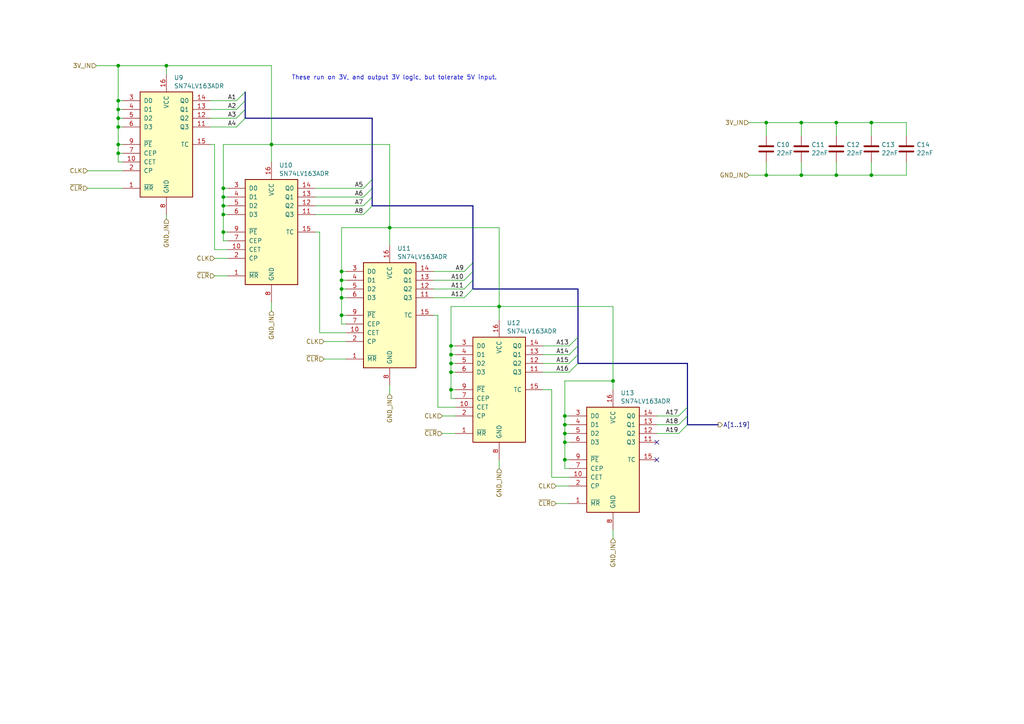
<source format=kicad_sch>
(kicad_sch (version 20231120) (generator "eeschema") (generator_version "8.0")
  (paper "A4")
  (title_block (title "Kinetoscope SRAM Address Counter"))
  (lib_symbols
    (symbol "74xx:74LS163" (pin_names (offset 1.016))
      (property "Reference" "U" (at -7.62 16.51 0))
      (property "Value" "74LS163" (at -7.62 -16.51 0))
      (symbol "74LS163_1_0"
        (pin input line (at -12.7 -12.7 0) (length 5.08) (name "~{MR}") (number "1"))
        (pin input line (at -12.7 -5.08 0) (length 5.08) (name "CET") (number "10"))
        (pin output line (at 12.7 5.08 180) (length 5.08) (name "Q3") (number "11"))
        (pin output line (at 12.7 7.62 180) (length 5.08) (name "Q2") (number "12"))
        (pin output line (at 12.7 10.16 180) (length 5.08) (name "Q1") (number "13"))
        (pin output line (at 12.7 12.7 180) (length 5.08) (name "Q0") (number "14"))
        (pin output line (at 12.7 0 180) (length 5.08) (name "TC") (number "15"))
        (pin power_in line (at 0 20.32 270) (length 5.08) (name "VCC") (number "16"))
        (pin input line (at -12.7 -7.62 0) (length 5.08) (name "CP") (number "2"))
        (pin input line (at -12.7 12.7 0) (length 5.08) (name "D0") (number "3"))
        (pin input line (at -12.7 10.16 0) (length 5.08) (name "D1") (number "4"))
        (pin input line (at -12.7 7.62 0) (length 5.08) (name "D2") (number "5"))
        (pin input line (at -12.7 5.08 0) (length 5.08) (name "D3") (number "6"))
        (pin input line (at -12.7 -2.54 0) (length 5.08) (name "CEP") (number "7"))
        (pin power_in line (at 0 -20.32 90) (length 5.08) (name "GND") (number "8"))
        (pin input line (at -12.7 0 0) (length 5.08) (name "~{PE}") (number "9"))
      )
      (symbol "74LS163_1_1"
        (rectangle (start -7.62 15.24) (end 7.62 -15.24) (stroke (width 0.254)) (fill (type background)))
      )
    )
    (symbol "Device:C" (pin_numbers hide) (pin_names (offset 0.254))
      (property "Reference" "C" (at 0.635 2.54 0))
      (property "Value" "C" (at 0.635 -2.54 0))
      (symbol "C_0_1"
        (polyline (pts (xy -2.032 -0.762) (xy 2.032 -0.762)) (stroke (width 0.508)))
        (polyline (pts (xy -2.032 0.762) (xy 2.032 0.762)) (stroke (width 0.508)))
      )
      (symbol "C_1_1"
        (pin passive line (at 0 3.81 270) (length 2.794) (name "~") (number "1"))
        (pin passive line (at 0 -3.81 90) (length 2.794) (name "~") (number "2"))
      )
    )
  )
  (junction (at 64.77 59.69))
  (junction (at 163.83 123.19))
  (junction (at 64.77 54.61))
  (junction (at 130.81 107.95))
  (junction (at 99.06 78.74))
  (junction (at 113.03 66.04))
  (junction (at 99.06 86.36))
  (junction (at 252.73 50.8))
  (junction (at 242.57 35.56))
  (junction (at 252.73 35.56))
  (junction (at 130.81 105.41))
  (junction (at 34.29 34.29))
  (junction (at 222.25 50.8))
  (junction (at 144.78 88.9))
  (junction (at 34.29 31.75))
  (junction (at 232.41 50.8))
  (junction (at 99.06 81.28))
  (junction (at 48.26 19.05))
  (junction (at 222.25 35.56))
  (junction (at 130.81 113.03))
  (junction (at 78.74 41.91))
  (junction (at 99.06 91.44))
  (junction (at 232.41 35.56))
  (junction (at 64.77 57.15))
  (junction (at 242.57 50.8))
  (junction (at 34.29 19.05))
  (junction (at 64.77 67.31))
  (junction (at 99.06 83.82))
  (junction (at 34.29 36.83))
  (junction (at 163.83 120.65))
  (junction (at 64.77 62.23))
  (junction (at 130.81 102.87))
  (junction (at 163.83 133.35))
  (junction (at 34.29 44.45))
  (junction (at 177.8 110.49))
  (junction (at 34.29 29.21))
  (junction (at 163.83 125.73))
  (junction (at 130.81 100.33))
  (junction (at 34.29 41.91))
  (junction (at 163.83 128.27))
  (no_connect (at 190.5 128.27))
  (no_connect (at 190.5 133.35))
  (bus_entry (at 71.12 26.67) (size -2.54 2.54))
  (bus_entry (at 71.12 29.21) (size -2.54 2.54))
  (bus_entry (at 137.16 76.2) (size -2.54 2.54))
  (bus_entry (at 199.39 123.19) (size -2.54 2.54))
  (bus_entry (at 199.39 120.65) (size -2.54 2.54))
  (bus_entry (at 167.64 102.87) (size -2.54 2.54))
  (bus_entry (at 167.64 100.33) (size -2.54 2.54))
  (bus_entry (at 107.95 57.15) (size -2.54 2.54))
  (bus_entry (at 71.12 34.29) (size -2.54 2.54))
  (bus_entry (at 137.16 78.74) (size -2.54 2.54))
  (bus_entry (at 107.95 54.61) (size -2.54 2.54))
  (bus_entry (at 107.95 52.07) (size -2.54 2.54))
  (bus_entry (at 167.64 105.41) (size -2.54 2.54))
  (bus_entry (at 137.16 83.82) (size -2.54 2.54))
  (bus_entry (at 107.95 59.69) (size -2.54 2.54))
  (bus_entry (at 199.39 118.11) (size -2.54 2.54))
  (bus_entry (at 71.12 31.75) (size -2.54 2.54))
  (bus_entry (at 167.64 97.79) (size -2.54 2.54))
  (bus_entry (at 137.16 81.28) (size -2.54 2.54))
  (wire (pts (xy 127 118.11) (xy 132.08 118.11)))
  (wire (pts (xy 60.96 31.75) (xy 68.58 31.75)))
  (wire (pts (xy 34.29 29.21) (xy 35.56 29.21)))
  (bus (pts (xy 137.16 76.2) (xy 137.16 59.69)))
  (wire (pts (xy 127 91.44) (xy 127 118.11)))
  (wire (pts (xy 34.29 46.99) (xy 34.29 44.45)))
  (bus (pts (xy 71.12 29.21) (xy 71.12 26.67)))
  (wire (pts (xy 252.73 46.99) (xy 252.73 50.8)))
  (wire (pts (xy 217.17 35.56) (xy 222.25 35.56)))
  (wire (pts (xy 130.81 88.9) (xy 144.78 88.9)))
  (wire (pts (xy 34.29 19.05) (xy 48.26 19.05)))
  (wire (pts (xy 60.96 29.21) (xy 68.58 29.21)))
  (bus (pts (xy 199.39 120.65) (xy 199.39 118.11)))
  (wire (pts (xy 93.98 104.14) (xy 100.33 104.14)))
  (wire (pts (xy 128.27 120.65) (xy 132.08 120.65)))
  (wire (pts (xy 130.81 115.57) (xy 130.81 113.03)))
  (wire (pts (xy 130.81 100.33) (xy 132.08 100.33)))
  (wire (pts (xy 132.08 107.95) (xy 130.81 107.95)))
  (wire (pts (xy 99.06 78.74) (xy 99.06 81.28)))
  (wire (pts (xy 128.27 125.73) (xy 132.08 125.73)))
  (bus (pts (xy 137.16 81.28) (xy 137.16 78.74)))
  (wire (pts (xy 99.06 83.82) (xy 99.06 86.36)))
  (bus (pts (xy 199.39 123.19) (xy 208.28 123.19)))
  (wire (pts (xy 78.74 90.17) (xy 78.74 87.63)))
  (bus (pts (xy 137.16 59.69) (xy 107.95 59.69)))
  (wire (pts (xy 177.8 88.9) (xy 177.8 110.49)))
  (wire (pts (xy 130.81 100.33) (xy 130.81 88.9)))
  (wire (pts (xy 25.4 49.53) (xy 35.56 49.53)))
  (wire (pts (xy 252.73 35.56) (xy 252.73 39.37)))
  (wire (pts (xy 91.44 54.61) (xy 105.41 54.61)))
  (wire (pts (xy 48.26 19.05) (xy 48.26 21.59)))
  (wire (pts (xy 60.96 34.29) (xy 68.58 34.29)))
  (wire (pts (xy 62.23 72.39) (xy 66.04 72.39)))
  (wire (pts (xy 130.81 102.87) (xy 132.08 102.87)))
  (wire (pts (xy 60.96 36.83) (xy 68.58 36.83)))
  (wire (pts (xy 64.77 59.69) (xy 64.77 62.23)))
  (wire (pts (xy 190.5 125.73) (xy 196.85 125.73)))
  (wire (pts (xy 48.26 62.23) (xy 48.26 63.5)))
  (wire (pts (xy 165.1 133.35) (xy 163.83 133.35)))
  (wire (pts (xy 78.74 41.91) (xy 113.03 41.91)))
  (bus (pts (xy 167.64 97.79) (xy 167.64 83.82)))
  (wire (pts (xy 125.73 83.82) (xy 134.62 83.82)))
  (bus (pts (xy 167.64 83.82) (xy 137.16 83.82)))
  (wire (pts (xy 163.83 128.27) (xy 165.1 128.27)))
  (wire (pts (xy 35.56 41.91) (xy 34.29 41.91)))
  (wire (pts (xy 232.41 46.99) (xy 232.41 50.8)))
  (wire (pts (xy 99.06 66.04) (xy 113.03 66.04)))
  (wire (pts (xy 34.29 36.83) (xy 35.56 36.83)))
  (wire (pts (xy 130.81 105.41) (xy 130.81 102.87)))
  (bus (pts (xy 107.95 52.07) (xy 107.95 34.29)))
  (wire (pts (xy 99.06 81.28) (xy 99.06 83.82)))
  (wire (pts (xy 157.48 107.95) (xy 165.1 107.95)))
  (wire (pts (xy 92.71 96.52) (xy 100.33 96.52)))
  (wire (pts (xy 252.73 35.56) (xy 262.89 35.56)))
  (wire (pts (xy 177.8 156.21) (xy 177.8 153.67)))
  (wire (pts (xy 100.33 78.74) (xy 99.06 78.74)))
  (wire (pts (xy 35.56 46.99) (xy 34.29 46.99)))
  (wire (pts (xy 125.73 78.74) (xy 134.62 78.74)))
  (wire (pts (xy 113.03 66.04) (xy 113.03 71.12)))
  (wire (pts (xy 232.41 35.56) (xy 242.57 35.56)))
  (wire (pts (xy 91.44 62.23) (xy 105.41 62.23)))
  (wire (pts (xy 62.23 80.01) (xy 66.04 80.01)))
  (wire (pts (xy 99.06 83.82) (xy 100.33 83.82)))
  (wire (pts (xy 132.08 113.03) (xy 130.81 113.03)))
  (wire (pts (xy 232.41 50.8) (xy 242.57 50.8)))
  (wire (pts (xy 144.78 88.9) (xy 177.8 88.9)))
  (wire (pts (xy 252.73 50.8) (xy 262.89 50.8)))
  (wire (pts (xy 222.25 35.56) (xy 232.41 35.56)))
  (wire (pts (xy 34.29 44.45) (xy 34.29 41.91)))
  (wire (pts (xy 113.03 41.91) (xy 113.03 66.04)))
  (wire (pts (xy 163.83 120.65) (xy 163.83 110.49)))
  (wire (pts (xy 165.1 120.65) (xy 163.83 120.65)))
  (wire (pts (xy 64.77 57.15) (xy 66.04 57.15)))
  (wire (pts (xy 91.44 59.69) (xy 105.41 59.69)))
  (wire (pts (xy 64.77 62.23) (xy 66.04 62.23)))
  (wire (pts (xy 144.78 135.89) (xy 144.78 133.35)))
  (wire (pts (xy 144.78 88.9) (xy 144.78 92.71)))
  (bus (pts (xy 137.16 78.74) (xy 137.16 76.2)))
  (bus (pts (xy 167.64 102.87) (xy 167.64 100.33)))
  (wire (pts (xy 113.03 114.3) (xy 113.03 111.76)))
  (wire (pts (xy 222.25 50.8) (xy 232.41 50.8)))
  (bus (pts (xy 199.39 118.11) (xy 199.39 105.41)))
  (wire (pts (xy 64.77 62.23) (xy 64.77 67.31)))
  (wire (pts (xy 100.33 91.44) (xy 99.06 91.44)))
  (wire (pts (xy 34.29 19.05) (xy 34.29 29.21)))
  (wire (pts (xy 78.74 19.05) (xy 78.74 41.91)))
  (wire (pts (xy 130.81 102.87) (xy 130.81 100.33)))
  (bus (pts (xy 199.39 123.19) (xy 199.39 120.65)))
  (bus (pts (xy 199.39 105.41) (xy 167.64 105.41)))
  (wire (pts (xy 99.06 86.36) (xy 100.33 86.36)))
  (wire (pts (xy 34.29 31.75) (xy 34.29 29.21)))
  (wire (pts (xy 64.77 59.69) (xy 66.04 59.69)))
  (wire (pts (xy 64.77 54.61) (xy 64.77 41.91)))
  (wire (pts (xy 161.29 146.05) (xy 165.1 146.05)))
  (wire (pts (xy 64.77 67.31) (xy 66.04 67.31)))
  (bus (pts (xy 137.16 83.82) (xy 137.16 81.28)))
  (wire (pts (xy 242.57 46.99) (xy 242.57 50.8)))
  (wire (pts (xy 163.83 135.89) (xy 163.83 133.35)))
  (wire (pts (xy 48.26 19.05) (xy 78.74 19.05)))
  (wire (pts (xy 27.94 19.05) (xy 34.29 19.05)))
  (wire (pts (xy 157.48 100.33) (xy 165.1 100.33)))
  (bus (pts (xy 167.64 105.41) (xy 167.64 102.87)))
  (wire (pts (xy 163.83 120.65) (xy 163.83 123.19)))
  (wire (pts (xy 157.48 113.03) (xy 160.02 113.03)))
  (wire (pts (xy 232.41 35.56) (xy 232.41 39.37)))
  (wire (pts (xy 222.25 35.56) (xy 222.25 39.37)))
  (wire (pts (xy 99.06 78.74) (xy 99.06 66.04)))
  (wire (pts (xy 177.8 110.49) (xy 177.8 113.03)))
  (wire (pts (xy 34.29 34.29) (xy 35.56 34.29)))
  (wire (pts (xy 157.48 105.41) (xy 165.1 105.41)))
  (wire (pts (xy 91.44 57.15) (xy 105.41 57.15)))
  (wire (pts (xy 163.83 123.19) (xy 163.83 125.73)))
  (wire (pts (xy 125.73 86.36) (xy 134.62 86.36)))
  (wire (pts (xy 66.04 69.85) (xy 64.77 69.85)))
  (wire (pts (xy 242.57 35.56) (xy 242.57 39.37)))
  (wire (pts (xy 144.78 66.04) (xy 144.78 88.9)))
  (bus (pts (xy 167.64 100.33) (xy 167.64 97.79)))
  (wire (pts (xy 78.74 41.91) (xy 78.74 46.99)))
  (wire (pts (xy 62.23 41.91) (xy 62.23 72.39)))
  (wire (pts (xy 190.5 123.19) (xy 196.85 123.19)))
  (wire (pts (xy 62.23 74.93) (xy 66.04 74.93)))
  (wire (pts (xy 64.77 41.91) (xy 78.74 41.91)))
  (wire (pts (xy 165.1 135.89) (xy 163.83 135.89)))
  (wire (pts (xy 132.08 115.57) (xy 130.81 115.57)))
  (bus (pts (xy 71.12 31.75) (xy 71.12 29.21)))
  (wire (pts (xy 161.29 140.97) (xy 165.1 140.97)))
  (wire (pts (xy 163.83 125.73) (xy 163.83 128.27)))
  (wire (pts (xy 130.81 107.95) (xy 130.81 113.03)))
  (wire (pts (xy 160.02 138.43) (xy 165.1 138.43)))
  (wire (pts (xy 163.83 123.19) (xy 165.1 123.19)))
  (wire (pts (xy 157.48 102.87) (xy 165.1 102.87)))
  (wire (pts (xy 64.77 54.61) (xy 66.04 54.61)))
  (bus (pts (xy 107.95 57.15) (xy 107.95 54.61)))
  (wire (pts (xy 217.17 50.8) (xy 222.25 50.8)))
  (wire (pts (xy 64.77 69.85) (xy 64.77 67.31)))
  (wire (pts (xy 93.98 99.06) (xy 100.33 99.06)))
  (wire (pts (xy 163.83 110.49) (xy 177.8 110.49)))
  (bus (pts (xy 107.95 54.61) (xy 107.95 52.07)))
  (bus (pts (xy 71.12 34.29) (xy 71.12 31.75)))
  (wire (pts (xy 190.5 120.65) (xy 196.85 120.65)))
  (wire (pts (xy 242.57 50.8) (xy 252.73 50.8)))
  (wire (pts (xy 113.03 66.04) (xy 144.78 66.04)))
  (wire (pts (xy 99.06 93.98) (xy 99.06 91.44)))
  (wire (pts (xy 100.33 93.98) (xy 99.06 93.98)))
  (wire (pts (xy 35.56 44.45) (xy 34.29 44.45)))
  (wire (pts (xy 34.29 36.83) (xy 34.29 34.29)))
  (wire (pts (xy 125.73 81.28) (xy 134.62 81.28)))
  (wire (pts (xy 64.77 54.61) (xy 64.77 57.15)))
  (wire (pts (xy 99.06 91.44) (xy 99.06 86.36)))
  (wire (pts (xy 25.4 54.61) (xy 35.56 54.61)))
  (wire (pts (xy 160.02 113.03) (xy 160.02 138.43)))
  (wire (pts (xy 99.06 81.28) (xy 100.33 81.28)))
  (wire (pts (xy 130.81 105.41) (xy 132.08 105.41)))
  (bus (pts (xy 107.95 59.69) (xy 107.95 57.15)))
  (wire (pts (xy 64.77 57.15) (xy 64.77 59.69)))
  (bus (pts (xy 107.95 34.29) (xy 71.12 34.29)))
  (wire (pts (xy 222.25 46.99) (xy 222.25 50.8)))
  (wire (pts (xy 262.89 35.56) (xy 262.89 39.37)))
  (wire (pts (xy 125.73 91.44) (xy 127 91.44)))
  (wire (pts (xy 91.44 67.31) (xy 92.71 67.31)))
  (wire (pts (xy 262.89 46.99) (xy 262.89 50.8)))
  (wire (pts (xy 60.96 41.91) (xy 62.23 41.91)))
  (wire (pts (xy 242.57 35.56) (xy 252.73 35.56)))
  (wire (pts (xy 163.83 133.35) (xy 163.83 128.27)))
  (wire (pts (xy 92.71 67.31) (xy 92.71 96.52)))
  (wire (pts (xy 163.83 125.73) (xy 165.1 125.73)))
  (wire (pts (xy 34.29 31.75) (xy 35.56 31.75)))
  (wire (pts (xy 34.29 34.29) (xy 34.29 31.75)))
  (wire (pts (xy 34.29 41.91) (xy 34.29 36.83)))
  (wire (pts (xy 130.81 107.95) (xy 130.81 105.41)))
  (text "These run on 3V, and output 3V logic, but tolerate 5V input." (at 84.582 22.606 0) (effects (font (size 1.27 1.27)) (justify left)))
  (label "A18" (at 193.04 123.19 0))
  (label "A16" (at 161.29 107.95 0))
  (label "A10" (at 130.81 81.28 0))
  (label "A7" (at 102.87 59.69 0))
  (label "A19" (at 193.04 125.73 0))
  (label "A15" (at 161.29 105.41 0))
  (label "A11" (at 130.81 83.82 0))
  (label "A5" (at 102.87 54.61 0))
  (label "A9" (at 132.08 78.74 0))
  (label "A6" (at 102.87 57.15 0))
  (label "A2" (at 66.04 31.75 0))
  (label "A12" (at 130.81 86.36 0))
  (label "A13" (at 161.29 100.33 0))
  (label "A4" (at 66.04 36.83 0))
  (label "A3" (at 66.04 34.29 0))
  (label "A8" (at 102.87 62.23 0))
  (label "A1" (at 66.04 29.21 0))
  (label "A14" (at 161.29 102.87 0))
  (label "A17" (at 193.04 120.65 0))
  (hierarchical_label "~{CLR}" (shape input) (at 161.29 146.05 180))
  (hierarchical_label "3V_IN" (shape input) (at 27.94 19.05 180))
  (hierarchical_label "GND_IN" (shape input) (at 177.8 156.21 270))
  (hierarchical_label "CLK" (shape input) (at 93.98 99.06 180))
  (hierarchical_label "GND_IN" (shape input) (at 144.78 135.89 270))
  (hierarchical_label "A[1..19]" (shape output) (at 208.28 123.19 0))
  (hierarchical_label "GND_IN" (shape input) (at 113.03 114.3 270))
  (hierarchical_label "~{CLR}" (shape input) (at 128.27 125.73 180))
  (hierarchical_label "CLK" (shape input) (at 25.4 49.53 180))
  (hierarchical_label "3V_IN" (shape input) (at 217.17 35.56 180))
  (hierarchical_label "~{CLR}" (shape input) (at 25.4 54.61 180))
  (hierarchical_label "CLK" (shape input) (at 62.23 74.93 180))
  (hierarchical_label "GND_IN" (shape input) (at 217.17 50.8 180))
  (hierarchical_label "~{CLR}" (shape input) (at 93.98 104.14 180))
  (hierarchical_label "~{CLR}" (shape input) (at 62.23 80.01 180))
  (hierarchical_label "GND_IN" (shape input) (at 78.74 90.17 270))
  (hierarchical_label "GND_IN" (shape input) (at 48.26 63.5 270))
  (hierarchical_label "CLK" (shape input) (at 161.29 140.97 180))
  (hierarchical_label "CLK" (shape input) (at 128.27 120.65 180))
  (symbol (lib_id "Device:C") (at 232.41 43.18 0) (unit 1)
    (property "Reference" "C11" (at 235.331 41.9678 0) (effects (justify left)))
    (property "Value" "22nF" (at 235.331 44.3921 0) (effects (justify left)))
    (property "Footprint" "Capacitor_SMD:C_0603_1608Metric" (effects (hide yes)))
    (property "Datasheet" "https://www.mouser.com/datasheet/2/447/KEM_C1002_X7R_SMD-3316098.pdf" (effects (hide yes)))
    (property "Description" "Unpolarized capacitor" (effects (hide yes)))
  )
  (symbol (lib_id "74xx:74LS163") (at 78.74 67.31 0) (unit 1)
    (property "Reference" "U10" (at 80.9341 47.9255 0) (effects (justify left)))
    (property "Value" "SN74LV163ADR" (at 80.9341 50.3498 0) (effects (justify left)))
    (property "Footprint" "Package_SO:SOIC-16_3.9x9.9mm_P1.27mm" (effects (hide yes)))
    (property "Datasheet" "https://www.ti.com/lit/ds/symlink/sn74lv163a.pdf" (effects (hide yes)))
    (property "Description" "Synchronous 4-bit programmable binary Counter" (effects (hide yes)))
  )
  (symbol (lib_id "74xx:74LS163") (at 144.78 113.03 0) (unit 1)
    (property "Reference" "U12" (at 146.9741 93.6455 0) (effects (justify left)))
    (property "Value" "SN74LV163ADR" (at 146.9741 96.0698 0) (effects (justify left)))
    (property "Footprint" "Package_SO:SOIC-16_3.9x9.9mm_P1.27mm" (effects (hide yes)))
    (property "Datasheet" "https://www.ti.com/lit/ds/symlink/sn74lv163a.pdf" (effects (hide yes)))
    (property "Description" "Synchronous 4-bit programmable binary Counter" (effects (hide yes)))
  )
  (symbol (lib_id "Device:C") (at 252.73 43.18 0) (unit 1)
    (property "Reference" "C13" (at 255.651 41.9678 0) (effects (justify left)))
    (property "Value" "22nF" (at 255.651 44.3921 0) (effects (justify left)))
    (property "Footprint" "Capacitor_SMD:C_0603_1608Metric" (effects (hide yes)))
    (property "Datasheet" "https://www.mouser.com/datasheet/2/447/KEM_C1002_X7R_SMD-3316098.pdf" (effects (hide yes)))
    (property "Description" "Unpolarized capacitor" (effects (hide yes)))
  )
  (symbol (lib_id "Device:C") (at 262.89 43.18 0) (unit 1)
    (property "Reference" "C14" (at 265.811 41.9678 0) (effects (justify left)))
    (property "Value" "22nF" (at 265.811 44.3921 0) (effects (justify left)))
    (property "Footprint" "Capacitor_SMD:C_0603_1608Metric" (effects (hide yes)))
    (property "Datasheet" "https://www.mouser.com/datasheet/2/447/KEM_C1002_X7R_SMD-3316098.pdf" (effects (hide yes)))
    (property "Description" "Unpolarized capacitor" (effects (hide yes)))
  )
  (symbol (lib_id "74xx:74LS163") (at 177.8 133.35 0) (unit 1)
    (property "Reference" "U13" (at 179.9941 113.9655 0) (effects (justify left)))
    (property "Value" "SN74LV163ADR" (at 179.9941 116.3898 0) (effects (justify left)))
    (property "Footprint" "Package_SO:SOIC-16_3.9x9.9mm_P1.27mm" (effects (hide yes)))
    (property "Datasheet" "https://www.ti.com/lit/ds/symlink/sn74lv163a.pdf" (effects (hide yes)))
    (property "Description" "Synchronous 4-bit programmable binary Counter" (effects (hide yes)))
  )
  (symbol (lib_id "74xx:74LS163") (at 48.26 41.91 0) (unit 1)
    (property "Reference" "U9" (at 50.4541 22.5255 0) (effects (justify left)))
    (property "Value" "SN74LV163ADR" (at 50.4541 24.9498 0) (effects (justify left)))
    (property "Footprint" "Package_SO:SOIC-16_3.9x9.9mm_P1.27mm" (effects (hide yes)))
    (property "Datasheet" "https://www.ti.com/lit/ds/symlink/sn74lv163a.pdf" (effects (hide yes)))
    (property "Description" "Synchronous 4-bit programmable binary Counter" (effects (hide yes)))
  )
  (symbol (lib_id "Device:C") (at 222.25 43.18 0) (unit 1)
    (property "Reference" "C10" (at 225.171 41.9678 0) (effects (justify left)))
    (property "Value" "22nF" (at 225.171 44.3921 0) (effects (justify left)))
    (property "Footprint" "Capacitor_SMD:C_0603_1608Metric" (effects (hide yes)))
    (property "Datasheet" "https://www.mouser.com/datasheet/2/447/KEM_C1002_X7R_SMD-3316098.pdf" (effects (hide yes)))
    (property "Description" "Unpolarized capacitor" (effects (hide yes)))
  )
  (symbol (lib_id "Device:C") (at 242.57 43.18 0) (unit 1)
    (property "Reference" "C12" (at 245.491 41.9678 0) (effects (justify left)))
    (property "Value" "22nF" (at 245.491 44.3921 0) (effects (justify left)))
    (property "Footprint" "Capacitor_SMD:C_0603_1608Metric" (effects (hide yes)))
    (property "Datasheet" "https://www.mouser.com/datasheet/2/447/KEM_C1002_X7R_SMD-3316098.pdf" (effects (hide yes)))
    (property "Description" "Unpolarized capacitor" (effects (hide yes)))
  )
  (symbol (lib_id "74xx:74LS163") (at 113.03 91.44 0) (unit 1)
    (property "Reference" "U11" (at 115.2241 72.0555 0) (effects (justify left)))
    (property "Value" "SN74LV163ADR" (at 115.2241 74.4798 0) (effects (justify left)))
    (property "Footprint" "Package_SO:SOIC-16_3.9x9.9mm_P1.27mm" (effects (hide yes)))
    (property "Datasheet" "https://www.ti.com/lit/ds/symlink/sn74lv163a.pdf" (effects (hide yes)))
    (property "Description" "Synchronous 4-bit programmable binary Counter" (effects (hide yes)))
  )
)
</source>
